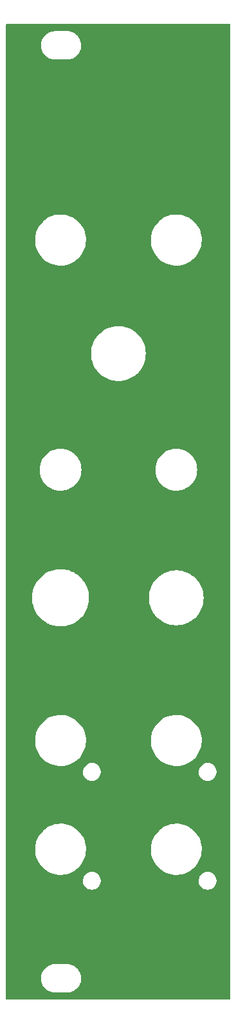
<source format=gbr>
%TF.GenerationSoftware,KiCad,Pcbnew,6.0.4-6f826c9f35~116~ubuntu21.10.1*%
%TF.CreationDate,2022-06-29T08:57:21+02:00*%
%TF.ProjectId,mHz_oscillator,6d487a5f-6f73-4636-996c-6c61746f722e,rev?*%
%TF.SameCoordinates,Original*%
%TF.FileFunction,Copper,L1,Top*%
%TF.FilePolarity,Positive*%
%FSLAX46Y46*%
G04 Gerber Fmt 4.6, Leading zero omitted, Abs format (unit mm)*
G04 Created by KiCad (PCBNEW 6.0.4-6f826c9f35~116~ubuntu21.10.1) date 2022-06-29 08:57:21*
%MOMM*%
%LPD*%
G01*
G04 APERTURE LIST*
G04 APERTURE END LIST*
%TA.AperFunction,NonConductor*%
G36*
X-12930879Y108339498D02*
G01*
X-12884386Y108285842D01*
X-12873000Y108233500D01*
X-12873000Y-19613500D01*
X-12893002Y-19681621D01*
X-12946658Y-19728114D01*
X-12999000Y-19739500D01*
X-42346000Y-19739500D01*
X-42414121Y-19719498D01*
X-42460614Y-19665842D01*
X-42472000Y-19613500D01*
X-42472000Y-16982095D01*
X-37827472Y-16982095D01*
X-37801966Y-17249431D01*
X-37738136Y-17510285D01*
X-37637318Y-17759192D01*
X-37501625Y-17990938D01*
X-37498772Y-17994505D01*
X-37387275Y-18133925D01*
X-37333899Y-18200669D01*
X-37137654Y-18383991D01*
X-37045461Y-18447948D01*
X-36920754Y-18534461D01*
X-36920749Y-18534464D01*
X-36917001Y-18537064D01*
X-36912916Y-18539096D01*
X-36912913Y-18539098D01*
X-36796781Y-18596872D01*
X-36676562Y-18656680D01*
X-36672228Y-18658101D01*
X-36672225Y-18658102D01*
X-36425707Y-18738915D01*
X-36425702Y-18738916D01*
X-36421374Y-18740335D01*
X-36416883Y-18741115D01*
X-36416882Y-18741115D01*
X-36160564Y-18785620D01*
X-36160556Y-18785621D01*
X-36156783Y-18786276D01*
X-36152946Y-18786467D01*
X-36073504Y-18790422D01*
X-36073496Y-18790422D01*
X-36071933Y-18790500D01*
X-34304277Y-18790500D01*
X-34302009Y-18790335D01*
X-34301997Y-18790335D01*
X-34171677Y-18780879D01*
X-34104654Y-18776016D01*
X-34100199Y-18775032D01*
X-34100196Y-18775032D01*
X-33846880Y-18719105D01*
X-33846876Y-18719104D01*
X-33842420Y-18718120D01*
X-33674883Y-18654646D01*
X-33595559Y-18624593D01*
X-33595556Y-18624592D01*
X-33591289Y-18622975D01*
X-33356524Y-18492574D01*
X-33214246Y-18383991D01*
X-33146667Y-18332417D01*
X-33146663Y-18332413D01*
X-33143042Y-18329650D01*
X-32955315Y-18137614D01*
X-32797275Y-17920491D01*
X-32710187Y-17754963D01*
X-32674360Y-17686868D01*
X-32674357Y-17686862D01*
X-32672235Y-17682828D01*
X-32612797Y-17514515D01*
X-32584335Y-17433916D01*
X-32584335Y-17433915D01*
X-32582812Y-17429603D01*
X-32530880Y-17166122D01*
X-32530653Y-17161566D01*
X-32517755Y-16902474D01*
X-32517755Y-16902468D01*
X-32517528Y-16897905D01*
X-32543034Y-16630569D01*
X-32606864Y-16369715D01*
X-32707682Y-16120808D01*
X-32843375Y-15889062D01*
X-32954289Y-15750371D01*
X-33008249Y-15682897D01*
X-33008250Y-15682895D01*
X-33011101Y-15679331D01*
X-33207346Y-15496009D01*
X-33367064Y-15385208D01*
X-33424246Y-15345539D01*
X-33424251Y-15345536D01*
X-33427999Y-15342936D01*
X-33432084Y-15340904D01*
X-33432087Y-15340902D01*
X-33603940Y-15255407D01*
X-33668438Y-15223320D01*
X-33672772Y-15221899D01*
X-33672775Y-15221898D01*
X-33919293Y-15141085D01*
X-33919298Y-15141084D01*
X-33923626Y-15139665D01*
X-33928118Y-15138885D01*
X-34184436Y-15094380D01*
X-34184444Y-15094379D01*
X-34188217Y-15093724D01*
X-34196878Y-15093293D01*
X-34271496Y-15089578D01*
X-34271504Y-15089578D01*
X-34273067Y-15089500D01*
X-36040723Y-15089500D01*
X-36042991Y-15089665D01*
X-36043003Y-15089665D01*
X-36173323Y-15099121D01*
X-36240346Y-15103984D01*
X-36244801Y-15104968D01*
X-36244804Y-15104968D01*
X-36498120Y-15160895D01*
X-36498124Y-15160896D01*
X-36502580Y-15161880D01*
X-36628146Y-15209453D01*
X-36749441Y-15255407D01*
X-36749444Y-15255408D01*
X-36753711Y-15257025D01*
X-36988476Y-15387426D01*
X-36992108Y-15390198D01*
X-37198333Y-15547583D01*
X-37198337Y-15547587D01*
X-37201958Y-15550350D01*
X-37389685Y-15742386D01*
X-37547725Y-15959509D01*
X-37549849Y-15963547D01*
X-37670640Y-16193132D01*
X-37670643Y-16193138D01*
X-37672765Y-16197172D01*
X-37674285Y-16201477D01*
X-37674287Y-16201481D01*
X-37733696Y-16369715D01*
X-37762188Y-16450397D01*
X-37814120Y-16713878D01*
X-37814347Y-16718431D01*
X-37814347Y-16718434D01*
X-37823508Y-16902474D01*
X-37827472Y-16982095D01*
X-42472000Y-16982095D01*
X-42472000Y-4220124D01*
X-32291897Y-4220124D01*
X-32255310Y-4433045D01*
X-32180534Y-4635734D01*
X-32070074Y-4821402D01*
X-32066268Y-4825742D01*
X-32066265Y-4825746D01*
X-32044639Y-4850405D01*
X-31927627Y-4983831D01*
X-31923092Y-4987406D01*
X-31923091Y-4987407D01*
X-31896636Y-5008262D01*
X-31757966Y-5117581D01*
X-31752850Y-5120272D01*
X-31752848Y-5120274D01*
X-31571889Y-5215481D01*
X-31566772Y-5218173D01*
X-31360447Y-5282238D01*
X-31354710Y-5282917D01*
X-31188717Y-5302564D01*
X-31188711Y-5302564D01*
X-31185030Y-5303000D01*
X-31060193Y-5303000D01*
X-30973254Y-5295012D01*
X-30905618Y-5288797D01*
X-30905615Y-5288796D01*
X-30899864Y-5288268D01*
X-30878483Y-5282238D01*
X-30697493Y-5231193D01*
X-30697491Y-5231192D01*
X-30691934Y-5229625D01*
X-30686759Y-5227073D01*
X-30686754Y-5227071D01*
X-30503353Y-5136627D01*
X-30498172Y-5134072D01*
X-30325067Y-5004809D01*
X-30178418Y-4846165D01*
X-30063135Y-4663452D01*
X-29983079Y-4462790D01*
X-29940931Y-4250900D01*
X-29940602Y-4225822D01*
X-29940527Y-4220124D01*
X-17051897Y-4220124D01*
X-17015310Y-4433045D01*
X-16940534Y-4635734D01*
X-16830074Y-4821402D01*
X-16826268Y-4825742D01*
X-16826265Y-4825746D01*
X-16804639Y-4850405D01*
X-16687627Y-4983831D01*
X-16683092Y-4987406D01*
X-16683091Y-4987407D01*
X-16656636Y-5008262D01*
X-16517966Y-5117581D01*
X-16512850Y-5120272D01*
X-16512848Y-5120274D01*
X-16331889Y-5215481D01*
X-16326772Y-5218173D01*
X-16120447Y-5282238D01*
X-16114710Y-5282917D01*
X-15948717Y-5302564D01*
X-15948711Y-5302564D01*
X-15945030Y-5303000D01*
X-15820193Y-5303000D01*
X-15733254Y-5295012D01*
X-15665618Y-5288797D01*
X-15665615Y-5288796D01*
X-15659864Y-5288268D01*
X-15638483Y-5282238D01*
X-15457493Y-5231193D01*
X-15457491Y-5231192D01*
X-15451934Y-5229625D01*
X-15446759Y-5227073D01*
X-15446754Y-5227071D01*
X-15263353Y-5136627D01*
X-15258172Y-5134072D01*
X-15085067Y-5004809D01*
X-14938418Y-4846165D01*
X-14823135Y-4663452D01*
X-14743079Y-4462790D01*
X-14700931Y-4250900D01*
X-14700602Y-4225822D01*
X-14698179Y-4040658D01*
X-14698103Y-4034876D01*
X-14734690Y-3821955D01*
X-14809466Y-3619266D01*
X-14919926Y-3433598D01*
X-14923732Y-3429258D01*
X-14923735Y-3429254D01*
X-15058566Y-3275510D01*
X-15062373Y-3271169D01*
X-15088983Y-3250191D01*
X-15227495Y-3140997D01*
X-15227497Y-3140996D01*
X-15232034Y-3137419D01*
X-15237150Y-3134728D01*
X-15237152Y-3134726D01*
X-15418111Y-3039519D01*
X-15418113Y-3039518D01*
X-15423228Y-3036827D01*
X-15629553Y-2972762D01*
X-15667252Y-2968300D01*
X-15801283Y-2952436D01*
X-15801289Y-2952436D01*
X-15804970Y-2952000D01*
X-15929807Y-2952000D01*
X-16016746Y-2959988D01*
X-16084382Y-2966203D01*
X-16084385Y-2966204D01*
X-16090136Y-2966732D01*
X-16095695Y-2968300D01*
X-16095696Y-2968300D01*
X-16292507Y-3023807D01*
X-16292509Y-3023808D01*
X-16298066Y-3025375D01*
X-16303241Y-3027927D01*
X-16303246Y-3027929D01*
X-16446687Y-3098667D01*
X-16491828Y-3120928D01*
X-16664933Y-3250191D01*
X-16811582Y-3408835D01*
X-16926865Y-3591548D01*
X-17006921Y-3792210D01*
X-17049069Y-4004100D01*
X-17049145Y-4009875D01*
X-17049145Y-4009879D01*
X-17049472Y-4034876D01*
X-17051897Y-4220124D01*
X-29940527Y-4220124D01*
X-29938179Y-4040658D01*
X-29938103Y-4034876D01*
X-29974690Y-3821955D01*
X-30049466Y-3619266D01*
X-30159926Y-3433598D01*
X-30163732Y-3429258D01*
X-30163735Y-3429254D01*
X-30298566Y-3275510D01*
X-30302373Y-3271169D01*
X-30328983Y-3250191D01*
X-30467495Y-3140997D01*
X-30467497Y-3140996D01*
X-30472034Y-3137419D01*
X-30477150Y-3134728D01*
X-30477152Y-3134726D01*
X-30658111Y-3039519D01*
X-30658113Y-3039518D01*
X-30663228Y-3036827D01*
X-30869553Y-2972762D01*
X-30907252Y-2968300D01*
X-31041283Y-2952436D01*
X-31041289Y-2952436D01*
X-31044970Y-2952000D01*
X-31169807Y-2952000D01*
X-31256746Y-2959988D01*
X-31324382Y-2966203D01*
X-31324385Y-2966204D01*
X-31330136Y-2966732D01*
X-31335695Y-2968300D01*
X-31335696Y-2968300D01*
X-31532507Y-3023807D01*
X-31532509Y-3023808D01*
X-31538066Y-3025375D01*
X-31543241Y-3027927D01*
X-31543246Y-3027929D01*
X-31686687Y-3098667D01*
X-31731828Y-3120928D01*
X-31904933Y-3250191D01*
X-32051582Y-3408835D01*
X-32166865Y-3591548D01*
X-32246921Y-3792210D01*
X-32289069Y-4004100D01*
X-32289145Y-4009875D01*
X-32289145Y-4009879D01*
X-32289472Y-4034876D01*
X-32291897Y-4220124D01*
X-42472000Y-4220124D01*
X-42472000Y105402D01*
X-38596439Y105402D01*
X-38587751Y-263277D01*
X-38538658Y-628776D01*
X-38449754Y-986680D01*
X-38322113Y-1332667D01*
X-38157276Y-1662559D01*
X-38155407Y-1665454D01*
X-38155405Y-1665457D01*
X-37959117Y-1969452D01*
X-37959112Y-1969458D01*
X-37957233Y-1972369D01*
X-37724402Y-2258357D01*
X-37721932Y-2260789D01*
X-37721927Y-2260794D01*
X-37570622Y-2409741D01*
X-37461595Y-2517069D01*
X-37171985Y-2745379D01*
X-36859070Y-2940530D01*
X-36855935Y-2942035D01*
X-36855934Y-2942036D01*
X-36529754Y-3098667D01*
X-36529744Y-3098671D01*
X-36526631Y-3100166D01*
X-36178681Y-3222357D01*
X-35819424Y-3305628D01*
X-35816007Y-3306032D01*
X-35815998Y-3306034D01*
X-35455904Y-3348653D01*
X-35453200Y-3348973D01*
X-35450485Y-3349058D01*
X-35450476Y-3349059D01*
X-35424747Y-3349867D01*
X-35404614Y-3350500D01*
X-35149922Y-3350500D01*
X-35148204Y-3350405D01*
X-35148188Y-3350405D01*
X-35001758Y-3342346D01*
X-34874276Y-3335330D01*
X-34510500Y-3274781D01*
X-34155564Y-3174679D01*
X-33813757Y-3036233D01*
X-33632974Y-2938688D01*
X-33492256Y-2862761D01*
X-33492252Y-2862758D01*
X-33489206Y-2861115D01*
X-33486357Y-2859146D01*
X-33188675Y-2653405D01*
X-33188674Y-2653404D01*
X-33185832Y-2651440D01*
X-33183226Y-2649179D01*
X-33183220Y-2649174D01*
X-32909914Y-2412011D01*
X-32907298Y-2409741D01*
X-32656970Y-2138937D01*
X-32437869Y-1842298D01*
X-32252643Y-1523408D01*
X-32103529Y-1186118D01*
X-32041482Y-989929D01*
X-31993371Y-837805D01*
X-31993370Y-837800D01*
X-31992327Y-834503D01*
X-31920382Y-472807D01*
X-31920083Y-469355D01*
X-31888860Y-108858D01*
X-31888860Y-108852D01*
X-31888561Y-105402D01*
X-31893529Y105402D01*
X-23356439Y105402D01*
X-23347751Y-263277D01*
X-23298658Y-628776D01*
X-23209754Y-986680D01*
X-23082113Y-1332667D01*
X-22917276Y-1662559D01*
X-22915407Y-1665454D01*
X-22915405Y-1665457D01*
X-22719117Y-1969452D01*
X-22719112Y-1969458D01*
X-22717233Y-1972369D01*
X-22484402Y-2258357D01*
X-22481932Y-2260789D01*
X-22481927Y-2260794D01*
X-22330622Y-2409741D01*
X-22221595Y-2517069D01*
X-21931985Y-2745379D01*
X-21619070Y-2940530D01*
X-21615935Y-2942035D01*
X-21615934Y-2942036D01*
X-21289754Y-3098667D01*
X-21289744Y-3098671D01*
X-21286631Y-3100166D01*
X-20938681Y-3222357D01*
X-20579424Y-3305628D01*
X-20576007Y-3306032D01*
X-20575998Y-3306034D01*
X-20215904Y-3348653D01*
X-20213200Y-3348973D01*
X-20210485Y-3349058D01*
X-20210476Y-3349059D01*
X-20184747Y-3349867D01*
X-20164614Y-3350500D01*
X-19909922Y-3350500D01*
X-19908204Y-3350405D01*
X-19908188Y-3350405D01*
X-19761758Y-3342346D01*
X-19634276Y-3335330D01*
X-19270500Y-3274781D01*
X-18915564Y-3174679D01*
X-18573757Y-3036233D01*
X-18392974Y-2938688D01*
X-18252256Y-2862761D01*
X-18252252Y-2862758D01*
X-18249206Y-2861115D01*
X-18246357Y-2859146D01*
X-17948675Y-2653405D01*
X-17948674Y-2653404D01*
X-17945832Y-2651440D01*
X-17943226Y-2649179D01*
X-17943220Y-2649174D01*
X-17669914Y-2412011D01*
X-17667298Y-2409741D01*
X-17416970Y-2138937D01*
X-17197869Y-1842298D01*
X-17012643Y-1523408D01*
X-16863529Y-1186118D01*
X-16801482Y-989929D01*
X-16753371Y-837805D01*
X-16753370Y-837800D01*
X-16752327Y-834503D01*
X-16680382Y-472807D01*
X-16680083Y-469355D01*
X-16648860Y-108858D01*
X-16648860Y-108852D01*
X-16648561Y-105402D01*
X-16657249Y263277D01*
X-16706342Y628776D01*
X-16795246Y986680D01*
X-16922887Y1332667D01*
X-17087724Y1662559D01*
X-17089595Y1665457D01*
X-17285883Y1969452D01*
X-17285888Y1969458D01*
X-17287767Y1972369D01*
X-17520598Y2258357D01*
X-17523068Y2260789D01*
X-17523073Y2260794D01*
X-17780931Y2514634D01*
X-17780935Y2514638D01*
X-17783405Y2517069D01*
X-18073015Y2745379D01*
X-18385930Y2940530D01*
X-18389066Y2942036D01*
X-18715246Y3098667D01*
X-18715256Y3098671D01*
X-18718369Y3100166D01*
X-19066319Y3222357D01*
X-19425576Y3305628D01*
X-19428993Y3306032D01*
X-19429002Y3306034D01*
X-19789096Y3348653D01*
X-19789097Y3348653D01*
X-19791800Y3348973D01*
X-19794515Y3349058D01*
X-19794524Y3349059D01*
X-19820253Y3349867D01*
X-19840386Y3350500D01*
X-20095078Y3350500D01*
X-20096796Y3350405D01*
X-20096812Y3350405D01*
X-20243242Y3342346D01*
X-20370724Y3335330D01*
X-20734500Y3274781D01*
X-21089436Y3174679D01*
X-21431243Y3036233D01*
X-21434295Y3034586D01*
X-21752744Y2862761D01*
X-21752748Y2862758D01*
X-21755794Y2861115D01*
X-21758642Y2859147D01*
X-21758643Y2859146D01*
X-21920590Y2747217D01*
X-22059168Y2651440D01*
X-22061774Y2649179D01*
X-22061780Y2649174D01*
X-22315393Y2429100D01*
X-22337702Y2409741D01*
X-22588030Y2138937D01*
X-22807131Y1842298D01*
X-22992357Y1523408D01*
X-23141471Y1186118D01*
X-23142518Y1182809D01*
X-23142519Y1182805D01*
X-23205607Y983322D01*
X-23252673Y834503D01*
X-23324618Y472807D01*
X-23324917Y469355D01*
X-23342765Y263277D01*
X-23356439Y105402D01*
X-31893529Y105402D01*
X-31897249Y263277D01*
X-31946342Y628776D01*
X-32035246Y986680D01*
X-32162887Y1332667D01*
X-32327724Y1662559D01*
X-32329595Y1665457D01*
X-32525883Y1969452D01*
X-32525888Y1969458D01*
X-32527767Y1972369D01*
X-32760598Y2258357D01*
X-32763068Y2260789D01*
X-32763073Y2260794D01*
X-33020931Y2514634D01*
X-33020935Y2514638D01*
X-33023405Y2517069D01*
X-33313015Y2745379D01*
X-33625930Y2940530D01*
X-33629066Y2942036D01*
X-33955246Y3098667D01*
X-33955256Y3098671D01*
X-33958369Y3100166D01*
X-34306319Y3222357D01*
X-34665576Y3305628D01*
X-34668993Y3306032D01*
X-34669002Y3306034D01*
X-35029096Y3348653D01*
X-35029097Y3348653D01*
X-35031800Y3348973D01*
X-35034515Y3349058D01*
X-35034524Y3349059D01*
X-35060253Y3349867D01*
X-35080386Y3350500D01*
X-35335078Y3350500D01*
X-35336796Y3350405D01*
X-35336812Y3350405D01*
X-35483242Y3342346D01*
X-35610724Y3335330D01*
X-35974500Y3274781D01*
X-36329436Y3174679D01*
X-36671243Y3036233D01*
X-36674295Y3034586D01*
X-36992744Y2862761D01*
X-36992748Y2862758D01*
X-36995794Y2861115D01*
X-36998642Y2859147D01*
X-36998643Y2859146D01*
X-37160590Y2747217D01*
X-37299168Y2651440D01*
X-37301774Y2649179D01*
X-37301780Y2649174D01*
X-37555393Y2429100D01*
X-37577702Y2409741D01*
X-37828030Y2138937D01*
X-38047131Y1842298D01*
X-38232357Y1523408D01*
X-38381471Y1186118D01*
X-38382518Y1182809D01*
X-38382519Y1182805D01*
X-38445607Y983322D01*
X-38492673Y834503D01*
X-38564618Y472807D01*
X-38564917Y469355D01*
X-38582765Y263277D01*
X-38596439Y105402D01*
X-42472000Y105402D01*
X-42472000Y10067376D01*
X-32291897Y10067376D01*
X-32255310Y9854455D01*
X-32180534Y9651766D01*
X-32070074Y9466098D01*
X-32066268Y9461758D01*
X-32066265Y9461754D01*
X-32044639Y9437095D01*
X-31927627Y9303669D01*
X-31923092Y9300094D01*
X-31923091Y9300093D01*
X-31896636Y9279238D01*
X-31757966Y9169919D01*
X-31752850Y9167228D01*
X-31752848Y9167226D01*
X-31571889Y9072019D01*
X-31566772Y9069327D01*
X-31360447Y9005262D01*
X-31354710Y9004583D01*
X-31188717Y8984936D01*
X-31188711Y8984936D01*
X-31185030Y8984500D01*
X-31060193Y8984500D01*
X-30973254Y8992488D01*
X-30905618Y8998703D01*
X-30905615Y8998704D01*
X-30899864Y8999232D01*
X-30878483Y9005262D01*
X-30697493Y9056307D01*
X-30697491Y9056308D01*
X-30691934Y9057875D01*
X-30686759Y9060427D01*
X-30686754Y9060429D01*
X-30503353Y9150873D01*
X-30498172Y9153428D01*
X-30325067Y9282691D01*
X-30178418Y9441335D01*
X-30063135Y9624048D01*
X-29983079Y9824710D01*
X-29940931Y10036600D01*
X-29940602Y10061678D01*
X-29940527Y10067376D01*
X-17051897Y10067376D01*
X-17015310Y9854455D01*
X-16940534Y9651766D01*
X-16830074Y9466098D01*
X-16826268Y9461758D01*
X-16826265Y9461754D01*
X-16804639Y9437095D01*
X-16687627Y9303669D01*
X-16683092Y9300094D01*
X-16683091Y9300093D01*
X-16656636Y9279238D01*
X-16517966Y9169919D01*
X-16512850Y9167228D01*
X-16512848Y9167226D01*
X-16331889Y9072019D01*
X-16326772Y9069327D01*
X-16120447Y9005262D01*
X-16114710Y9004583D01*
X-15948717Y8984936D01*
X-15948711Y8984936D01*
X-15945030Y8984500D01*
X-15820193Y8984500D01*
X-15733254Y8992488D01*
X-15665618Y8998703D01*
X-15665615Y8998704D01*
X-15659864Y8999232D01*
X-15638483Y9005262D01*
X-15457493Y9056307D01*
X-15457491Y9056308D01*
X-15451934Y9057875D01*
X-15446759Y9060427D01*
X-15446754Y9060429D01*
X-15263353Y9150873D01*
X-15258172Y9153428D01*
X-15085067Y9282691D01*
X-14938418Y9441335D01*
X-14823135Y9624048D01*
X-14743079Y9824710D01*
X-14700931Y10036600D01*
X-14700602Y10061678D01*
X-14698179Y10246842D01*
X-14698103Y10252624D01*
X-14734690Y10465545D01*
X-14809466Y10668234D01*
X-14919926Y10853902D01*
X-14923732Y10858242D01*
X-14923735Y10858246D01*
X-15058566Y11011990D01*
X-15062373Y11016331D01*
X-15088983Y11037309D01*
X-15227495Y11146503D01*
X-15227497Y11146504D01*
X-15232034Y11150081D01*
X-15237150Y11152772D01*
X-15237152Y11152774D01*
X-15418111Y11247981D01*
X-15418113Y11247982D01*
X-15423228Y11250673D01*
X-15629553Y11314738D01*
X-15667252Y11319200D01*
X-15801283Y11335064D01*
X-15801289Y11335064D01*
X-15804970Y11335500D01*
X-15929807Y11335500D01*
X-16016746Y11327512D01*
X-16084382Y11321297D01*
X-16084385Y11321296D01*
X-16090136Y11320768D01*
X-16095695Y11319200D01*
X-16095696Y11319200D01*
X-16292507Y11263693D01*
X-16292509Y11263692D01*
X-16298066Y11262125D01*
X-16303241Y11259573D01*
X-16303246Y11259571D01*
X-16446687Y11188833D01*
X-16491828Y11166572D01*
X-16664933Y11037309D01*
X-16811582Y10878665D01*
X-16926865Y10695952D01*
X-17006921Y10495290D01*
X-17049069Y10283400D01*
X-17049145Y10277625D01*
X-17049145Y10277621D01*
X-17049472Y10252624D01*
X-17051897Y10067376D01*
X-29940527Y10067376D01*
X-29938179Y10246842D01*
X-29938103Y10252624D01*
X-29974690Y10465545D01*
X-30049466Y10668234D01*
X-30159926Y10853902D01*
X-30163732Y10858242D01*
X-30163735Y10858246D01*
X-30298566Y11011990D01*
X-30302373Y11016331D01*
X-30328983Y11037309D01*
X-30467495Y11146503D01*
X-30467497Y11146504D01*
X-30472034Y11150081D01*
X-30477150Y11152772D01*
X-30477152Y11152774D01*
X-30658111Y11247981D01*
X-30658113Y11247982D01*
X-30663228Y11250673D01*
X-30869553Y11314738D01*
X-30907252Y11319200D01*
X-31041283Y11335064D01*
X-31041289Y11335064D01*
X-31044970Y11335500D01*
X-31169807Y11335500D01*
X-31256746Y11327512D01*
X-31324382Y11321297D01*
X-31324385Y11321296D01*
X-31330136Y11320768D01*
X-31335695Y11319200D01*
X-31335696Y11319200D01*
X-31532507Y11263693D01*
X-31532509Y11263692D01*
X-31538066Y11262125D01*
X-31543241Y11259573D01*
X-31543246Y11259571D01*
X-31686687Y11188833D01*
X-31731828Y11166572D01*
X-31904933Y11037309D01*
X-32051582Y10878665D01*
X-32166865Y10695952D01*
X-32246921Y10495290D01*
X-32289069Y10283400D01*
X-32289145Y10277625D01*
X-32289145Y10277621D01*
X-32289472Y10252624D01*
X-32291897Y10067376D01*
X-42472000Y10067376D01*
X-42472000Y14392902D01*
X-38596439Y14392902D01*
X-38587751Y14024223D01*
X-38538658Y13658724D01*
X-38449754Y13300820D01*
X-38322113Y12954833D01*
X-38157276Y12624941D01*
X-38155407Y12622046D01*
X-38155405Y12622043D01*
X-37959117Y12318048D01*
X-37959112Y12318042D01*
X-37957233Y12315131D01*
X-37724402Y12029143D01*
X-37721932Y12026711D01*
X-37721927Y12026706D01*
X-37570622Y11877759D01*
X-37461595Y11770431D01*
X-37171985Y11542121D01*
X-36859070Y11346970D01*
X-36855935Y11345465D01*
X-36855934Y11345464D01*
X-36529754Y11188833D01*
X-36529744Y11188829D01*
X-36526631Y11187334D01*
X-36178681Y11065143D01*
X-35819424Y10981872D01*
X-35816007Y10981468D01*
X-35815998Y10981466D01*
X-35455904Y10938847D01*
X-35453200Y10938527D01*
X-35450485Y10938442D01*
X-35450476Y10938441D01*
X-35424747Y10937633D01*
X-35404614Y10937000D01*
X-35149922Y10937000D01*
X-35148204Y10937095D01*
X-35148188Y10937095D01*
X-35001758Y10945154D01*
X-34874276Y10952170D01*
X-34510500Y11012719D01*
X-34155564Y11112821D01*
X-33813757Y11251267D01*
X-33632974Y11348812D01*
X-33492256Y11424739D01*
X-33492252Y11424742D01*
X-33489206Y11426385D01*
X-33486357Y11428354D01*
X-33188675Y11634095D01*
X-33188674Y11634096D01*
X-33185832Y11636060D01*
X-33183226Y11638321D01*
X-33183220Y11638326D01*
X-32909914Y11875489D01*
X-32907298Y11877759D01*
X-32656970Y12148563D01*
X-32437869Y12445202D01*
X-32252643Y12764092D01*
X-32103529Y13101382D01*
X-32041482Y13297571D01*
X-31993371Y13449695D01*
X-31993370Y13449700D01*
X-31992327Y13452997D01*
X-31920382Y13814693D01*
X-31920083Y13818145D01*
X-31888860Y14178642D01*
X-31888860Y14178648D01*
X-31888561Y14182098D01*
X-31893529Y14392902D01*
X-23356439Y14392902D01*
X-23347751Y14024223D01*
X-23298658Y13658724D01*
X-23209754Y13300820D01*
X-23082113Y12954833D01*
X-22917276Y12624941D01*
X-22915407Y12622046D01*
X-22915405Y12622043D01*
X-22719117Y12318048D01*
X-22719112Y12318042D01*
X-22717233Y12315131D01*
X-22484402Y12029143D01*
X-22481932Y12026711D01*
X-22481927Y12026706D01*
X-22330622Y11877759D01*
X-22221595Y11770431D01*
X-21931985Y11542121D01*
X-21619070Y11346970D01*
X-21615935Y11345465D01*
X-21615934Y11345464D01*
X-21289754Y11188833D01*
X-21289744Y11188829D01*
X-21286631Y11187334D01*
X-20938681Y11065143D01*
X-20579424Y10981872D01*
X-20576007Y10981468D01*
X-20575998Y10981466D01*
X-20215904Y10938847D01*
X-20213200Y10938527D01*
X-20210485Y10938442D01*
X-20210476Y10938441D01*
X-20184747Y10937633D01*
X-20164614Y10937000D01*
X-19909922Y10937000D01*
X-19908204Y10937095D01*
X-19908188Y10937095D01*
X-19761758Y10945154D01*
X-19634276Y10952170D01*
X-19270500Y11012719D01*
X-18915564Y11112821D01*
X-18573757Y11251267D01*
X-18392974Y11348812D01*
X-18252256Y11424739D01*
X-18252252Y11424742D01*
X-18249206Y11426385D01*
X-18246357Y11428354D01*
X-17948675Y11634095D01*
X-17948674Y11634096D01*
X-17945832Y11636060D01*
X-17943226Y11638321D01*
X-17943220Y11638326D01*
X-17669914Y11875489D01*
X-17667298Y11877759D01*
X-17416970Y12148563D01*
X-17197869Y12445202D01*
X-17012643Y12764092D01*
X-16863529Y13101382D01*
X-16801482Y13297571D01*
X-16753371Y13449695D01*
X-16753370Y13449700D01*
X-16752327Y13452997D01*
X-16680382Y13814693D01*
X-16680083Y13818145D01*
X-16648860Y14178642D01*
X-16648860Y14178648D01*
X-16648561Y14182098D01*
X-16657249Y14550777D01*
X-16706342Y14916276D01*
X-16795246Y15274180D01*
X-16922887Y15620167D01*
X-17087724Y15950059D01*
X-17089595Y15952957D01*
X-17285883Y16256952D01*
X-17285888Y16256958D01*
X-17287767Y16259869D01*
X-17520598Y16545857D01*
X-17523068Y16548289D01*
X-17523073Y16548294D01*
X-17780931Y16802134D01*
X-17780935Y16802138D01*
X-17783405Y16804569D01*
X-18073015Y17032879D01*
X-18385930Y17228030D01*
X-18389066Y17229536D01*
X-18715246Y17386167D01*
X-18715256Y17386171D01*
X-18718369Y17387666D01*
X-19066319Y17509857D01*
X-19425576Y17593128D01*
X-19428993Y17593532D01*
X-19429002Y17593534D01*
X-19789096Y17636153D01*
X-19789097Y17636153D01*
X-19791800Y17636473D01*
X-19794515Y17636558D01*
X-19794524Y17636559D01*
X-19820253Y17637367D01*
X-19840386Y17638000D01*
X-20095078Y17638000D01*
X-20096796Y17637905D01*
X-20096812Y17637905D01*
X-20243242Y17629846D01*
X-20370724Y17622830D01*
X-20734500Y17562281D01*
X-21089436Y17462179D01*
X-21431243Y17323733D01*
X-21434295Y17322086D01*
X-21752744Y17150261D01*
X-21752748Y17150258D01*
X-21755794Y17148615D01*
X-21758642Y17146647D01*
X-21758643Y17146646D01*
X-21920590Y17034717D01*
X-22059168Y16938940D01*
X-22061774Y16936679D01*
X-22061780Y16936674D01*
X-22315393Y16716600D01*
X-22337702Y16697241D01*
X-22588030Y16426437D01*
X-22807131Y16129798D01*
X-22992357Y15810908D01*
X-23141471Y15473618D01*
X-23142518Y15470309D01*
X-23142519Y15470305D01*
X-23205607Y15270822D01*
X-23252673Y15122003D01*
X-23324618Y14760307D01*
X-23324917Y14756855D01*
X-23342765Y14550777D01*
X-23356439Y14392902D01*
X-31893529Y14392902D01*
X-31897249Y14550777D01*
X-31946342Y14916276D01*
X-32035246Y15274180D01*
X-32162887Y15620167D01*
X-32327724Y15950059D01*
X-32329595Y15952957D01*
X-32525883Y16256952D01*
X-32525888Y16256958D01*
X-32527767Y16259869D01*
X-32760598Y16545857D01*
X-32763068Y16548289D01*
X-32763073Y16548294D01*
X-33020931Y16802134D01*
X-33020935Y16802138D01*
X-33023405Y16804569D01*
X-33313015Y17032879D01*
X-33625930Y17228030D01*
X-33629066Y17229536D01*
X-33955246Y17386167D01*
X-33955256Y17386171D01*
X-33958369Y17387666D01*
X-34306319Y17509857D01*
X-34665576Y17593128D01*
X-34668993Y17593532D01*
X-34669002Y17593534D01*
X-35029096Y17636153D01*
X-35029097Y17636153D01*
X-35031800Y17636473D01*
X-35034515Y17636558D01*
X-35034524Y17636559D01*
X-35060253Y17637367D01*
X-35080386Y17638000D01*
X-35335078Y17638000D01*
X-35336796Y17637905D01*
X-35336812Y17637905D01*
X-35483242Y17629846D01*
X-35610724Y17622830D01*
X-35974500Y17562281D01*
X-36329436Y17462179D01*
X-36671243Y17323733D01*
X-36674295Y17322086D01*
X-36992744Y17150261D01*
X-36992748Y17150258D01*
X-36995794Y17148615D01*
X-36998642Y17146647D01*
X-36998643Y17146646D01*
X-37160590Y17034717D01*
X-37299168Y16938940D01*
X-37301774Y16936679D01*
X-37301780Y16936674D01*
X-37555393Y16716600D01*
X-37577702Y16697241D01*
X-37828030Y16426437D01*
X-38047131Y16129798D01*
X-38232357Y15810908D01*
X-38381471Y15473618D01*
X-38382518Y15470309D01*
X-38382519Y15470305D01*
X-38445607Y15270822D01*
X-38492673Y15122003D01*
X-38564618Y14760307D01*
X-38564917Y14756855D01*
X-38582765Y14550777D01*
X-38596439Y14392902D01*
X-42472000Y14392902D01*
X-42472000Y33118307D01*
X-38996692Y33118307D01*
X-38986911Y32731883D01*
X-38986496Y32728668D01*
X-38986496Y32728664D01*
X-38961684Y32536311D01*
X-38937460Y32348512D01*
X-38848863Y31972255D01*
X-38722059Y31607098D01*
X-38720686Y31604161D01*
X-38559768Y31259854D01*
X-38559763Y31259845D01*
X-38558391Y31256909D01*
X-38359594Y30925400D01*
X-38127773Y30616081D01*
X-37865384Y30332231D01*
X-37575207Y30076856D01*
X-37572565Y30074975D01*
X-37572560Y30074971D01*
X-37412230Y29960820D01*
X-37260317Y29852661D01*
X-36924050Y29662023D01*
X-36921086Y29660725D01*
X-36921082Y29660723D01*
X-36817868Y29615523D01*
X-36569967Y29506960D01*
X-36566884Y29505973D01*
X-36566881Y29505972D01*
X-36435175Y29463813D01*
X-36201821Y29389115D01*
X-36012667Y29349426D01*
X-35826692Y29310404D01*
X-35826688Y29310403D01*
X-35823512Y29309737D01*
X-35439047Y29269668D01*
X-35436621Y29269604D01*
X-35436614Y29269604D01*
X-35435023Y29269563D01*
X-35432632Y29269500D01*
X-35145880Y29269500D01*
X-35144271Y29269583D01*
X-35144268Y29269583D01*
X-35086690Y29272550D01*
X-34856465Y29284414D01*
X-34611826Y29322505D01*
X-34477729Y29343384D01*
X-34477725Y29343385D01*
X-34474519Y29343884D01*
X-34100710Y29442300D01*
X-34097685Y29443440D01*
X-33742035Y29577474D01*
X-33742028Y29577477D01*
X-33738998Y29578619D01*
X-33393214Y29751397D01*
X-33067022Y29958805D01*
X-32763878Y30198643D01*
X-32486993Y30468372D01*
X-32239301Y30765134D01*
X-32237496Y30767815D01*
X-32237490Y30767823D01*
X-32025236Y31083096D01*
X-32025233Y31083101D01*
X-32023426Y31085785D01*
X-31841655Y31426928D01*
X-31788860Y31556620D01*
X-31697138Y31781941D01*
X-31697138Y31781942D01*
X-31695914Y31784948D01*
X-31587747Y32156053D01*
X-31518300Y32536311D01*
X-31488308Y32921693D01*
X-31490796Y33020000D01*
X-23607941Y33020000D01*
X-23588190Y32643129D01*
X-23529153Y32270387D01*
X-23431478Y31905857D01*
X-23296234Y31553535D01*
X-23294736Y31550595D01*
X-23143674Y31254121D01*
X-23124903Y31217280D01*
X-23123107Y31214514D01*
X-23123105Y31214511D01*
X-23037763Y31083096D01*
X-22919363Y30900775D01*
X-22681865Y30607489D01*
X-22415011Y30340635D01*
X-22121725Y30103137D01*
X-22118950Y30101335D01*
X-21899472Y29958805D01*
X-21805220Y29897597D01*
X-21802286Y29896102D01*
X-21802279Y29896098D01*
X-21521694Y29753133D01*
X-21468965Y29726266D01*
X-21116643Y29591022D01*
X-20752113Y29493347D01*
X-20554147Y29461992D01*
X-20382619Y29434824D01*
X-20382611Y29434823D01*
X-20379371Y29434310D01*
X-20096780Y29419500D01*
X-19908220Y29419500D01*
X-19625629Y29434310D01*
X-19622389Y29434823D01*
X-19622381Y29434824D01*
X-19450853Y29461992D01*
X-19252887Y29493347D01*
X-18888357Y29591022D01*
X-18536035Y29726266D01*
X-18483306Y29753133D01*
X-18202721Y29896098D01*
X-18202714Y29896102D01*
X-18199780Y29897597D01*
X-18105527Y29958805D01*
X-17886050Y30101335D01*
X-17883275Y30103137D01*
X-17589989Y30340635D01*
X-17323135Y30607489D01*
X-17085637Y30900775D01*
X-16965490Y31085785D01*
X-16881895Y31214510D01*
X-16881893Y31214513D01*
X-16880097Y31217279D01*
X-16878597Y31220221D01*
X-16710264Y31550595D01*
X-16708766Y31553535D01*
X-16573522Y31905857D01*
X-16475847Y32270387D01*
X-16416810Y32643129D01*
X-16397059Y33020000D01*
X-16416810Y33396871D01*
X-16475847Y33769613D01*
X-16573522Y34134143D01*
X-16708766Y34486465D01*
X-16771740Y34610059D01*
X-16878598Y34819779D01*
X-16878602Y34819786D01*
X-16880097Y34822720D01*
X-16965490Y34954215D01*
X-17069645Y35114600D01*
X-17085637Y35139225D01*
X-17323135Y35432511D01*
X-17589989Y35699365D01*
X-17883275Y35936863D01*
X-18102425Y36079180D01*
X-18197011Y36140605D01*
X-18197014Y36140607D01*
X-18199780Y36142403D01*
X-18202714Y36143898D01*
X-18202721Y36143902D01*
X-18533095Y36312236D01*
X-18536035Y36313734D01*
X-18888357Y36448978D01*
X-19252887Y36546653D01*
X-19450853Y36578008D01*
X-19622381Y36605176D01*
X-19622389Y36605177D01*
X-19625629Y36605690D01*
X-19908220Y36620500D01*
X-20096780Y36620500D01*
X-20379371Y36605690D01*
X-20382611Y36605177D01*
X-20382619Y36605176D01*
X-20554147Y36578008D01*
X-20752113Y36546653D01*
X-21116643Y36448978D01*
X-21468965Y36313734D01*
X-21471905Y36312236D01*
X-21802279Y36143902D01*
X-21802286Y36143898D01*
X-21805220Y36142403D01*
X-21807986Y36140607D01*
X-21807989Y36140605D01*
X-21902575Y36079180D01*
X-22121725Y35936863D01*
X-22415011Y35699365D01*
X-22681865Y35432511D01*
X-22919363Y35139225D01*
X-22935355Y35114600D01*
X-23123105Y34825490D01*
X-23123107Y34825487D01*
X-23124903Y34822721D01*
X-23126398Y34819787D01*
X-23126402Y34819780D01*
X-23146596Y34780146D01*
X-23296234Y34486465D01*
X-23431478Y34134143D01*
X-23529153Y33769613D01*
X-23588190Y33396871D01*
X-23607941Y33020000D01*
X-31490796Y33020000D01*
X-31498089Y33308117D01*
X-31522898Y33500452D01*
X-31547126Y33688282D01*
X-31547128Y33688291D01*
X-31547540Y33691488D01*
X-31636137Y34067745D01*
X-31762941Y34432902D01*
X-31848488Y34615941D01*
X-31925232Y34780146D01*
X-31925237Y34780155D01*
X-31926609Y34783091D01*
X-32125406Y35114600D01*
X-32357227Y35423919D01*
X-32619616Y35707769D01*
X-32909793Y35963144D01*
X-32912435Y35965025D01*
X-32912440Y35965029D01*
X-33222037Y36185455D01*
X-33224683Y36187339D01*
X-33560950Y36377977D01*
X-33563914Y36379275D01*
X-33563918Y36379277D01*
X-33720371Y36447792D01*
X-33915033Y36533040D01*
X-33954888Y36545798D01*
X-34188257Y36620500D01*
X-34283179Y36650885D01*
X-34501129Y36696616D01*
X-34658308Y36729596D01*
X-34658312Y36729597D01*
X-34661488Y36730263D01*
X-35045953Y36770332D01*
X-35048379Y36770396D01*
X-35048386Y36770396D01*
X-35049977Y36770437D01*
X-35052368Y36770500D01*
X-35339120Y36770500D01*
X-35340729Y36770417D01*
X-35340732Y36770417D01*
X-35398310Y36767450D01*
X-35628535Y36755586D01*
X-35873174Y36717495D01*
X-36007271Y36696616D01*
X-36007275Y36696615D01*
X-36010481Y36696116D01*
X-36384290Y36597700D01*
X-36387314Y36596560D01*
X-36387315Y36596560D01*
X-36742965Y36462526D01*
X-36742972Y36462523D01*
X-36746002Y36461381D01*
X-37091786Y36288603D01*
X-37417978Y36081195D01*
X-37721122Y35841357D01*
X-37998007Y35571628D01*
X-38245699Y35274866D01*
X-38247504Y35272185D01*
X-38247510Y35272177D01*
X-38459764Y34956904D01*
X-38461574Y34954215D01*
X-38643345Y34613072D01*
X-38644568Y34610067D01*
X-38644572Y34610059D01*
X-38787862Y34258059D01*
X-38789086Y34255052D01*
X-38897253Y33883947D01*
X-38966700Y33503689D01*
X-38996692Y33118307D01*
X-42472000Y33118307D01*
X-42472000Y49861928D01*
X-37997989Y49861928D01*
X-37979765Y49530788D01*
X-37921892Y49204235D01*
X-37920787Y49200610D01*
X-37920786Y49200605D01*
X-37845025Y48952029D01*
X-37825206Y48887000D01*
X-37691109Y48583679D01*
X-37689168Y48580417D01*
X-37523483Y48301924D01*
X-37523479Y48301918D01*
X-37521543Y48298664D01*
X-37318964Y48036085D01*
X-37086307Y47799744D01*
X-36826942Y47593066D01*
X-36544626Y47419045D01*
X-36541179Y47417456D01*
X-36246893Y47281787D01*
X-36246883Y47281783D01*
X-36243449Y47280200D01*
X-36239849Y47279041D01*
X-36239842Y47279038D01*
X-35931381Y47179705D01*
X-35931378Y47179704D01*
X-35927772Y47178543D01*
X-35924056Y47177824D01*
X-35924048Y47177822D01*
X-35605887Y47116266D01*
X-35605878Y47116265D01*
X-35602168Y47115547D01*
X-35598392Y47115280D01*
X-35598387Y47115279D01*
X-35499752Y47108295D01*
X-35340221Y47097000D01*
X-35159114Y47097000D01*
X-35157248Y47097112D01*
X-35157231Y47097113D01*
X-34915238Y47111702D01*
X-34915234Y47111702D01*
X-34911460Y47111930D01*
X-34907738Y47112610D01*
X-34907736Y47112610D01*
X-34833868Y47126101D01*
X-34585215Y47171513D01*
X-34268491Y47269859D01*
X-33965875Y47405542D01*
X-33681752Y47576598D01*
X-33678768Y47578925D01*
X-33678761Y47578930D01*
X-33423232Y47778213D01*
X-33423230Y47778215D01*
X-33420237Y47780549D01*
X-33185118Y48014440D01*
X-32979801Y48274883D01*
X-32807260Y48558107D01*
X-32752479Y48678591D01*
X-32671563Y48856555D01*
X-32671560Y48856563D01*
X-32669994Y48860007D01*
X-32569991Y49176212D01*
X-32508701Y49502141D01*
X-32487011Y49833072D01*
X-32488599Y49861928D01*
X-22757989Y49861928D01*
X-22739765Y49530788D01*
X-22681892Y49204235D01*
X-22680787Y49200610D01*
X-22680786Y49200605D01*
X-22605025Y48952029D01*
X-22585206Y48887000D01*
X-22451109Y48583679D01*
X-22449168Y48580417D01*
X-22283483Y48301924D01*
X-22283479Y48301918D01*
X-22281543Y48298664D01*
X-22078964Y48036085D01*
X-21846307Y47799744D01*
X-21586942Y47593066D01*
X-21304626Y47419045D01*
X-21301179Y47417456D01*
X-21006893Y47281787D01*
X-21006883Y47281783D01*
X-21003449Y47280200D01*
X-20999849Y47279041D01*
X-20999842Y47279038D01*
X-20691381Y47179705D01*
X-20691378Y47179704D01*
X-20687772Y47178543D01*
X-20684056Y47177824D01*
X-20684048Y47177822D01*
X-20365887Y47116266D01*
X-20365878Y47116265D01*
X-20362168Y47115547D01*
X-20358392Y47115280D01*
X-20358387Y47115279D01*
X-20259752Y47108295D01*
X-20100221Y47097000D01*
X-19919114Y47097000D01*
X-19917248Y47097112D01*
X-19917231Y47097113D01*
X-19675238Y47111702D01*
X-19675234Y47111702D01*
X-19671460Y47111930D01*
X-19667738Y47112610D01*
X-19667736Y47112610D01*
X-19593868Y47126101D01*
X-19345215Y47171513D01*
X-19028491Y47269859D01*
X-18725875Y47405542D01*
X-18441752Y47576598D01*
X-18438768Y47578925D01*
X-18438761Y47578930D01*
X-18183232Y47778213D01*
X-18183230Y47778215D01*
X-18180237Y47780549D01*
X-17945118Y48014440D01*
X-17739801Y48274883D01*
X-17567260Y48558107D01*
X-17512479Y48678591D01*
X-17431563Y48856555D01*
X-17431560Y48856563D01*
X-17429994Y48860007D01*
X-17329991Y49176212D01*
X-17268701Y49502141D01*
X-17247011Y49833072D01*
X-17265235Y50164212D01*
X-17323108Y50490765D01*
X-17331648Y50518788D01*
X-17418685Y50804361D01*
X-17419794Y50808000D01*
X-17553891Y51111321D01*
X-17619496Y51221593D01*
X-17721517Y51393076D01*
X-17721521Y51393082D01*
X-17723457Y51396336D01*
X-17926036Y51658915D01*
X-18158693Y51895256D01*
X-18418058Y52101934D01*
X-18700374Y52275955D01*
X-18738326Y52293451D01*
X-18998107Y52413213D01*
X-18998117Y52413217D01*
X-19001551Y52414800D01*
X-19005151Y52415959D01*
X-19005158Y52415962D01*
X-19313619Y52515295D01*
X-19313622Y52515296D01*
X-19317228Y52516457D01*
X-19320944Y52517176D01*
X-19320952Y52517178D01*
X-19639113Y52578734D01*
X-19639122Y52578735D01*
X-19642832Y52579453D01*
X-19646608Y52579720D01*
X-19646613Y52579721D01*
X-19745248Y52586705D01*
X-19904779Y52598000D01*
X-20085886Y52598000D01*
X-20087752Y52597888D01*
X-20087769Y52597887D01*
X-20329762Y52583298D01*
X-20329766Y52583298D01*
X-20333540Y52583070D01*
X-20337262Y52582390D01*
X-20337264Y52582390D01*
X-20353345Y52579453D01*
X-20659785Y52523487D01*
X-20976509Y52425141D01*
X-21279125Y52289458D01*
X-21563248Y52118402D01*
X-21566232Y52116075D01*
X-21566239Y52116070D01*
X-21587397Y52099569D01*
X-21824763Y51914451D01*
X-22059882Y51680560D01*
X-22265199Y51420117D01*
X-22437740Y51136893D01*
X-22449367Y51111321D01*
X-22573437Y50838445D01*
X-22573440Y50838437D01*
X-22575006Y50834993D01*
X-22675009Y50518788D01*
X-22736299Y50192859D01*
X-22757989Y49861928D01*
X-32488599Y49861928D01*
X-32505235Y50164212D01*
X-32563108Y50490765D01*
X-32571648Y50518788D01*
X-32658685Y50804361D01*
X-32659794Y50808000D01*
X-32793891Y51111321D01*
X-32859496Y51221593D01*
X-32961517Y51393076D01*
X-32961521Y51393082D01*
X-32963457Y51396336D01*
X-33166036Y51658915D01*
X-33398693Y51895256D01*
X-33658058Y52101934D01*
X-33940374Y52275955D01*
X-33978326Y52293451D01*
X-34238107Y52413213D01*
X-34238117Y52413217D01*
X-34241551Y52414800D01*
X-34245151Y52415959D01*
X-34245158Y52415962D01*
X-34553619Y52515295D01*
X-34553622Y52515296D01*
X-34557228Y52516457D01*
X-34560944Y52517176D01*
X-34560952Y52517178D01*
X-34879113Y52578734D01*
X-34879122Y52578735D01*
X-34882832Y52579453D01*
X-34886608Y52579720D01*
X-34886613Y52579721D01*
X-34985248Y52586705D01*
X-35144779Y52598000D01*
X-35325886Y52598000D01*
X-35327752Y52597888D01*
X-35327769Y52597887D01*
X-35569762Y52583298D01*
X-35569766Y52583298D01*
X-35573540Y52583070D01*
X-35577262Y52582390D01*
X-35577264Y52582390D01*
X-35593345Y52579453D01*
X-35899785Y52523487D01*
X-36216509Y52425141D01*
X-36519125Y52289458D01*
X-36803248Y52118402D01*
X-36806232Y52116075D01*
X-36806239Y52116070D01*
X-36827397Y52099569D01*
X-37064763Y51914451D01*
X-37299882Y51680560D01*
X-37505199Y51420117D01*
X-37677740Y51136893D01*
X-37689367Y51111321D01*
X-37813437Y50838445D01*
X-37813440Y50838437D01*
X-37815006Y50834993D01*
X-37915009Y50518788D01*
X-37976299Y50192859D01*
X-37997989Y49861928D01*
X-42472000Y49861928D01*
X-42472000Y65087500D01*
X-31227941Y65087500D01*
X-31208190Y64710629D01*
X-31149153Y64337887D01*
X-31051478Y63973357D01*
X-30916234Y63621035D01*
X-30744903Y63284780D01*
X-30539363Y62968275D01*
X-30301865Y62674989D01*
X-30035011Y62408135D01*
X-29741725Y62170637D01*
X-29425220Y61965097D01*
X-29422286Y61963602D01*
X-29422279Y61963598D01*
X-29091905Y61795264D01*
X-29088965Y61793766D01*
X-28736643Y61658522D01*
X-28372113Y61560847D01*
X-28174147Y61529492D01*
X-28002619Y61502324D01*
X-28002611Y61502323D01*
X-27999371Y61501810D01*
X-27716780Y61487000D01*
X-27528220Y61487000D01*
X-27245629Y61501810D01*
X-27242389Y61502323D01*
X-27242381Y61502324D01*
X-27070853Y61529492D01*
X-26872887Y61560847D01*
X-26508357Y61658522D01*
X-26156035Y61793766D01*
X-26153095Y61795264D01*
X-25822721Y61963598D01*
X-25822714Y61963602D01*
X-25819780Y61965097D01*
X-25503275Y62170637D01*
X-25209989Y62408135D01*
X-24943135Y62674989D01*
X-24705637Y62968275D01*
X-24501894Y63282011D01*
X-24501893Y63282013D01*
X-24500097Y63284779D01*
X-24498597Y63287721D01*
X-24330264Y63618095D01*
X-24328766Y63621035D01*
X-24193522Y63973357D01*
X-24095847Y64337887D01*
X-24036810Y64710629D01*
X-24017059Y65087500D01*
X-24036810Y65464371D01*
X-24095847Y65837113D01*
X-24193522Y66201643D01*
X-24328766Y66553965D01*
X-24500097Y66890220D01*
X-24705637Y67206725D01*
X-24943135Y67500011D01*
X-25209989Y67766865D01*
X-25503275Y68004363D01*
X-25819780Y68209903D01*
X-25822714Y68211398D01*
X-25822721Y68211402D01*
X-26153095Y68379736D01*
X-26156035Y68381234D01*
X-26508357Y68516478D01*
X-26872887Y68614153D01*
X-27070853Y68645508D01*
X-27242381Y68672676D01*
X-27242389Y68672677D01*
X-27245629Y68673190D01*
X-27528220Y68688000D01*
X-27716780Y68688000D01*
X-27999371Y68673190D01*
X-28002611Y68672677D01*
X-28002619Y68672676D01*
X-28174147Y68645508D01*
X-28372113Y68614153D01*
X-28736643Y68516478D01*
X-29088965Y68381234D01*
X-29091905Y68379736D01*
X-29422279Y68211402D01*
X-29422286Y68211398D01*
X-29425220Y68209903D01*
X-29741725Y68004363D01*
X-30035011Y67766865D01*
X-30301865Y67500011D01*
X-30539363Y67206725D01*
X-30541165Y67203950D01*
X-30743105Y66892990D01*
X-30743107Y66892987D01*
X-30744903Y66890221D01*
X-30746398Y66887287D01*
X-30746402Y66887280D01*
X-30914736Y66556905D01*
X-30916234Y66553965D01*
X-31051478Y66201643D01*
X-31149153Y65837113D01*
X-31208190Y65464371D01*
X-31227941Y65087500D01*
X-42472000Y65087500D01*
X-42472000Y80105402D01*
X-38596439Y80105402D01*
X-38587751Y79736723D01*
X-38538658Y79371224D01*
X-38449754Y79013320D01*
X-38322113Y78667333D01*
X-38157276Y78337441D01*
X-38155407Y78334546D01*
X-38155405Y78334543D01*
X-37959117Y78030548D01*
X-37959112Y78030542D01*
X-37957233Y78027631D01*
X-37724402Y77741643D01*
X-37721932Y77739211D01*
X-37721927Y77739206D01*
X-37570622Y77590259D01*
X-37461595Y77482931D01*
X-37171985Y77254621D01*
X-36859070Y77059470D01*
X-36855935Y77057965D01*
X-36855934Y77057964D01*
X-36529754Y76901333D01*
X-36529744Y76901329D01*
X-36526631Y76899834D01*
X-36178681Y76777643D01*
X-35819424Y76694372D01*
X-35816007Y76693968D01*
X-35815998Y76693966D01*
X-35455904Y76651347D01*
X-35453200Y76651027D01*
X-35450485Y76650942D01*
X-35450476Y76650941D01*
X-35424747Y76650133D01*
X-35404614Y76649500D01*
X-35149922Y76649500D01*
X-35148204Y76649595D01*
X-35148188Y76649595D01*
X-35001758Y76657654D01*
X-34874276Y76664670D01*
X-34510500Y76725219D01*
X-34155564Y76825321D01*
X-33813757Y76963767D01*
X-33632974Y77061312D01*
X-33492256Y77137239D01*
X-33492252Y77137242D01*
X-33489206Y77138885D01*
X-33486357Y77140854D01*
X-33188675Y77346595D01*
X-33188674Y77346596D01*
X-33185832Y77348560D01*
X-33183226Y77350821D01*
X-33183220Y77350826D01*
X-32909914Y77587989D01*
X-32907298Y77590259D01*
X-32656970Y77861063D01*
X-32437869Y78157702D01*
X-32252643Y78476592D01*
X-32103529Y78813882D01*
X-32041482Y79010071D01*
X-31993371Y79162195D01*
X-31993370Y79162200D01*
X-31992327Y79165497D01*
X-31920382Y79527193D01*
X-31920083Y79530645D01*
X-31888860Y79891142D01*
X-31888860Y79891148D01*
X-31888561Y79894598D01*
X-31893529Y80105402D01*
X-23356439Y80105402D01*
X-23347751Y79736723D01*
X-23298658Y79371224D01*
X-23209754Y79013320D01*
X-23082113Y78667333D01*
X-22917276Y78337441D01*
X-22915407Y78334546D01*
X-22915405Y78334543D01*
X-22719117Y78030548D01*
X-22719112Y78030542D01*
X-22717233Y78027631D01*
X-22484402Y77741643D01*
X-22481932Y77739211D01*
X-22481927Y77739206D01*
X-22330622Y77590259D01*
X-22221595Y77482931D01*
X-21931985Y77254621D01*
X-21619070Y77059470D01*
X-21615935Y77057965D01*
X-21615934Y77057964D01*
X-21289754Y76901333D01*
X-21289744Y76901329D01*
X-21286631Y76899834D01*
X-20938681Y76777643D01*
X-20579424Y76694372D01*
X-20576007Y76693968D01*
X-20575998Y76693966D01*
X-20215904Y76651347D01*
X-20213200Y76651027D01*
X-20210485Y76650942D01*
X-20210476Y76650941D01*
X-20184747Y76650133D01*
X-20164614Y76649500D01*
X-19909922Y76649500D01*
X-19908204Y76649595D01*
X-19908188Y76649595D01*
X-19761758Y76657654D01*
X-19634276Y76664670D01*
X-19270500Y76725219D01*
X-18915564Y76825321D01*
X-18573757Y76963767D01*
X-18392974Y77061312D01*
X-18252256Y77137239D01*
X-18252252Y77137242D01*
X-18249206Y77138885D01*
X-18246357Y77140854D01*
X-17948675Y77346595D01*
X-17948674Y77346596D01*
X-17945832Y77348560D01*
X-17943226Y77350821D01*
X-17943220Y77350826D01*
X-17669914Y77587989D01*
X-17667298Y77590259D01*
X-17416970Y77861063D01*
X-17197869Y78157702D01*
X-17012643Y78476592D01*
X-16863529Y78813882D01*
X-16801482Y79010071D01*
X-16753371Y79162195D01*
X-16753370Y79162200D01*
X-16752327Y79165497D01*
X-16680382Y79527193D01*
X-16680083Y79530645D01*
X-16648860Y79891142D01*
X-16648860Y79891148D01*
X-16648561Y79894598D01*
X-16657249Y80263277D01*
X-16706342Y80628776D01*
X-16795246Y80986680D01*
X-16922887Y81332667D01*
X-17087724Y81662559D01*
X-17089595Y81665457D01*
X-17285883Y81969452D01*
X-17285888Y81969458D01*
X-17287767Y81972369D01*
X-17520598Y82258357D01*
X-17523068Y82260789D01*
X-17523073Y82260794D01*
X-17780931Y82514634D01*
X-17780935Y82514638D01*
X-17783405Y82517069D01*
X-18073015Y82745379D01*
X-18385930Y82940530D01*
X-18389066Y82942036D01*
X-18715246Y83098667D01*
X-18715256Y83098671D01*
X-18718369Y83100166D01*
X-19066319Y83222357D01*
X-19425576Y83305628D01*
X-19428993Y83306032D01*
X-19429002Y83306034D01*
X-19789096Y83348653D01*
X-19789097Y83348653D01*
X-19791800Y83348973D01*
X-19794515Y83349058D01*
X-19794524Y83349059D01*
X-19820253Y83349867D01*
X-19840386Y83350500D01*
X-20095078Y83350500D01*
X-20096796Y83350405D01*
X-20096812Y83350405D01*
X-20243242Y83342346D01*
X-20370724Y83335330D01*
X-20734500Y83274781D01*
X-21089436Y83174679D01*
X-21431243Y83036233D01*
X-21434295Y83034586D01*
X-21752744Y82862761D01*
X-21752748Y82862758D01*
X-21755794Y82861115D01*
X-21758642Y82859147D01*
X-21758643Y82859146D01*
X-21920590Y82747217D01*
X-22059168Y82651440D01*
X-22061774Y82649179D01*
X-22061780Y82649174D01*
X-22315393Y82429100D01*
X-22337702Y82409741D01*
X-22588030Y82138937D01*
X-22807131Y81842298D01*
X-22992357Y81523408D01*
X-23141471Y81186118D01*
X-23142518Y81182809D01*
X-23142519Y81182805D01*
X-23205607Y80983322D01*
X-23252673Y80834503D01*
X-23324618Y80472807D01*
X-23324917Y80469355D01*
X-23342765Y80263277D01*
X-23356439Y80105402D01*
X-31893529Y80105402D01*
X-31897249Y80263277D01*
X-31946342Y80628776D01*
X-32035246Y80986680D01*
X-32162887Y81332667D01*
X-32327724Y81662559D01*
X-32329595Y81665457D01*
X-32525883Y81969452D01*
X-32525888Y81969458D01*
X-32527767Y81972369D01*
X-32760598Y82258357D01*
X-32763068Y82260789D01*
X-32763073Y82260794D01*
X-33020931Y82514634D01*
X-33020935Y82514638D01*
X-33023405Y82517069D01*
X-33313015Y82745379D01*
X-33625930Y82940530D01*
X-33629066Y82942036D01*
X-33955246Y83098667D01*
X-33955256Y83098671D01*
X-33958369Y83100166D01*
X-34306319Y83222357D01*
X-34665576Y83305628D01*
X-34668993Y83306032D01*
X-34669002Y83306034D01*
X-35029096Y83348653D01*
X-35029097Y83348653D01*
X-35031800Y83348973D01*
X-35034515Y83349058D01*
X-35034524Y83349059D01*
X-35060253Y83349867D01*
X-35080386Y83350500D01*
X-35335078Y83350500D01*
X-35336796Y83350405D01*
X-35336812Y83350405D01*
X-35483242Y83342346D01*
X-35610724Y83335330D01*
X-35974500Y83274781D01*
X-36329436Y83174679D01*
X-36671243Y83036233D01*
X-36674295Y83034586D01*
X-36992744Y82862761D01*
X-36992748Y82862758D01*
X-36995794Y82861115D01*
X-36998642Y82859147D01*
X-36998643Y82859146D01*
X-37160590Y82747217D01*
X-37299168Y82651440D01*
X-37301774Y82649179D01*
X-37301780Y82649174D01*
X-37555393Y82429100D01*
X-37577702Y82409741D01*
X-37828030Y82138937D01*
X-38047131Y81842298D01*
X-38232357Y81523408D01*
X-38381471Y81186118D01*
X-38382518Y81182809D01*
X-38382519Y81182805D01*
X-38445607Y80983322D01*
X-38492673Y80834503D01*
X-38564618Y80472807D01*
X-38564917Y80469355D01*
X-38582765Y80263277D01*
X-38596439Y80105402D01*
X-42472000Y80105402D01*
X-42472000Y105517905D01*
X-37827472Y105517905D01*
X-37801966Y105250569D01*
X-37738136Y104989715D01*
X-37637318Y104740808D01*
X-37501625Y104509062D01*
X-37498772Y104505495D01*
X-37387275Y104366075D01*
X-37333899Y104299331D01*
X-37137654Y104116009D01*
X-37045461Y104052052D01*
X-36920754Y103965539D01*
X-36920749Y103965536D01*
X-36917001Y103962936D01*
X-36912916Y103960904D01*
X-36912913Y103960902D01*
X-36796781Y103903128D01*
X-36676562Y103843320D01*
X-36672228Y103841899D01*
X-36672225Y103841898D01*
X-36425707Y103761085D01*
X-36425702Y103761084D01*
X-36421374Y103759665D01*
X-36416883Y103758885D01*
X-36416882Y103758885D01*
X-36160564Y103714380D01*
X-36160556Y103714379D01*
X-36156783Y103713724D01*
X-36152946Y103713533D01*
X-36073504Y103709578D01*
X-36073496Y103709578D01*
X-36071933Y103709500D01*
X-34304277Y103709500D01*
X-34302009Y103709665D01*
X-34301997Y103709665D01*
X-34171677Y103719121D01*
X-34104654Y103723984D01*
X-34100199Y103724968D01*
X-34100196Y103724968D01*
X-33846880Y103780895D01*
X-33846876Y103780896D01*
X-33842420Y103781880D01*
X-33674883Y103845354D01*
X-33595559Y103875407D01*
X-33595556Y103875408D01*
X-33591289Y103877025D01*
X-33356524Y104007426D01*
X-33214246Y104116009D01*
X-33146667Y104167583D01*
X-33146663Y104167587D01*
X-33143042Y104170350D01*
X-32955315Y104362386D01*
X-32797275Y104579509D01*
X-32710187Y104745037D01*
X-32674360Y104813132D01*
X-32674357Y104813138D01*
X-32672235Y104817172D01*
X-32612797Y104985485D01*
X-32584335Y105066084D01*
X-32584335Y105066085D01*
X-32582812Y105070397D01*
X-32530880Y105333878D01*
X-32530653Y105338434D01*
X-32517755Y105597526D01*
X-32517755Y105597532D01*
X-32517528Y105602095D01*
X-32543034Y105869431D01*
X-32606864Y106130285D01*
X-32707682Y106379192D01*
X-32843375Y106610938D01*
X-32954289Y106749629D01*
X-33008249Y106817103D01*
X-33008250Y106817105D01*
X-33011101Y106820669D01*
X-33207346Y107003991D01*
X-33367064Y107114792D01*
X-33424246Y107154461D01*
X-33424251Y107154464D01*
X-33427999Y107157064D01*
X-33432084Y107159096D01*
X-33432087Y107159098D01*
X-33603940Y107244593D01*
X-33668438Y107276680D01*
X-33672772Y107278101D01*
X-33672775Y107278102D01*
X-33919293Y107358915D01*
X-33919298Y107358916D01*
X-33923626Y107360335D01*
X-33928118Y107361115D01*
X-34184436Y107405620D01*
X-34184444Y107405621D01*
X-34188217Y107406276D01*
X-34196878Y107406707D01*
X-34271496Y107410422D01*
X-34271504Y107410422D01*
X-34273067Y107410500D01*
X-36040723Y107410500D01*
X-36042991Y107410335D01*
X-36043003Y107410335D01*
X-36173323Y107400879D01*
X-36240346Y107396016D01*
X-36244801Y107395032D01*
X-36244804Y107395032D01*
X-36498120Y107339105D01*
X-36498124Y107339104D01*
X-36502580Y107338120D01*
X-36628146Y107290547D01*
X-36749441Y107244593D01*
X-36749444Y107244592D01*
X-36753711Y107242975D01*
X-36988476Y107112574D01*
X-36992108Y107109802D01*
X-37198333Y106952417D01*
X-37198337Y106952413D01*
X-37201958Y106949650D01*
X-37389685Y106757614D01*
X-37547725Y106540491D01*
X-37549849Y106536453D01*
X-37670640Y106306868D01*
X-37670643Y106306862D01*
X-37672765Y106302828D01*
X-37674285Y106298523D01*
X-37674287Y106298519D01*
X-37733696Y106130285D01*
X-37762188Y106049603D01*
X-37814120Y105786122D01*
X-37814347Y105781569D01*
X-37814347Y105781566D01*
X-37823508Y105597526D01*
X-37827472Y105517905D01*
X-42472000Y105517905D01*
X-42472000Y108233500D01*
X-42451998Y108301621D01*
X-42398342Y108348114D01*
X-42346000Y108359500D01*
X-12999000Y108359500D01*
X-12930879Y108339498D01*
G37*
%TD.AperFunction*%
M02*

</source>
